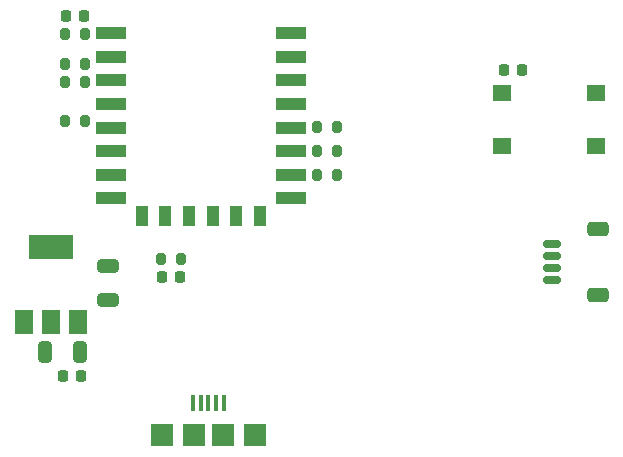
<source format=gtp>
G04 #@! TF.GenerationSoftware,KiCad,Pcbnew,(6.0.4)*
G04 #@! TF.CreationDate,2022-12-31T00:28:06-05:00*
G04 #@! TF.ProjectId,esp8266 atmosphere sensor,65737038-3236-4362-9061-746d6f737068,rev?*
G04 #@! TF.SameCoordinates,Original*
G04 #@! TF.FileFunction,Paste,Top*
G04 #@! TF.FilePolarity,Positive*
%FSLAX46Y46*%
G04 Gerber Fmt 4.6, Leading zero omitted, Abs format (unit mm)*
G04 Created by KiCad (PCBNEW (6.0.4)) date 2022-12-31 00:28:06*
%MOMM*%
%LPD*%
G01*
G04 APERTURE LIST*
G04 Aperture macros list*
%AMRoundRect*
0 Rectangle with rounded corners*
0 $1 Rounding radius*
0 $2 $3 $4 $5 $6 $7 $8 $9 X,Y pos of 4 corners*
0 Add a 4 corners polygon primitive as box body*
4,1,4,$2,$3,$4,$5,$6,$7,$8,$9,$2,$3,0*
0 Add four circle primitives for the rounded corners*
1,1,$1+$1,$2,$3*
1,1,$1+$1,$4,$5*
1,1,$1+$1,$6,$7*
1,1,$1+$1,$8,$9*
0 Add four rect primitives between the rounded corners*
20,1,$1+$1,$2,$3,$4,$5,0*
20,1,$1+$1,$4,$5,$6,$7,0*
20,1,$1+$1,$6,$7,$8,$9,0*
20,1,$1+$1,$8,$9,$2,$3,0*%
G04 Aperture macros list end*
%ADD10R,0.400000X1.350000*%
%ADD11R,1.900000X1.900000*%
%ADD12RoundRect,0.218750X-0.218750X-0.256250X0.218750X-0.256250X0.218750X0.256250X-0.218750X0.256250X0*%
%ADD13R,2.500000X1.000000*%
%ADD14R,1.000000X1.800000*%
%ADD15RoundRect,0.200000X0.200000X0.275000X-0.200000X0.275000X-0.200000X-0.275000X0.200000X-0.275000X0*%
%ADD16RoundRect,0.200000X-0.200000X-0.275000X0.200000X-0.275000X0.200000X0.275000X-0.200000X0.275000X0*%
%ADD17R,1.500000X2.000000*%
%ADD18R,3.800000X2.000000*%
%ADD19RoundRect,0.225000X0.225000X0.250000X-0.225000X0.250000X-0.225000X-0.250000X0.225000X-0.250000X0*%
%ADD20RoundRect,0.250000X0.325000X0.650000X-0.325000X0.650000X-0.325000X-0.650000X0.325000X-0.650000X0*%
%ADD21R,1.600000X1.400000*%
%ADD22RoundRect,0.250000X-0.650000X0.325000X-0.650000X-0.325000X0.650000X-0.325000X0.650000X0.325000X0*%
%ADD23RoundRect,0.225000X-0.225000X-0.250000X0.225000X-0.250000X0.225000X0.250000X-0.225000X0.250000X0*%
%ADD24RoundRect,0.150000X0.625000X-0.150000X0.625000X0.150000X-0.625000X0.150000X-0.625000X-0.150000X0*%
%ADD25RoundRect,0.250000X0.650000X-0.350000X0.650000X0.350000X-0.650000X0.350000X-0.650000X-0.350000X0*%
G04 APERTURE END LIST*
D10*
X13305000Y-37365000D03*
X15905000Y-37365000D03*
X13955000Y-37365000D03*
X14605000Y-37365000D03*
X15255000Y-37365000D03*
D11*
X10655000Y-40040000D03*
X13405000Y-40040000D03*
X15805000Y-40040000D03*
X18555000Y-40040000D03*
D12*
X10642500Y-26670000D03*
X12217500Y-26670000D03*
D13*
X6370000Y-6025000D03*
X6370000Y-8025000D03*
X6370000Y-10025000D03*
X6370000Y-12025000D03*
X6370000Y-14025000D03*
X6370000Y-16025000D03*
X6370000Y-18025000D03*
X6370000Y-20025000D03*
D14*
X8970000Y-21525000D03*
X10970000Y-21525000D03*
X12970000Y-21525000D03*
X14970000Y-21525000D03*
X16970000Y-21525000D03*
X18970000Y-21525000D03*
D13*
X21570000Y-20025000D03*
X21570000Y-18025000D03*
X21570000Y-16025000D03*
X21570000Y-14025000D03*
X21570000Y-12025000D03*
X21570000Y-10025000D03*
X21570000Y-8025000D03*
X21570000Y-6025000D03*
D15*
X25463000Y-13970000D03*
X23813000Y-13970000D03*
D16*
X10605000Y-25146000D03*
X12255000Y-25146000D03*
D15*
X25463000Y-18034000D03*
X23813000Y-18034000D03*
X25463000Y-16002000D03*
X23813000Y-16002000D03*
D17*
X-1030000Y-30455000D03*
X1270000Y-30455000D03*
D18*
X1270000Y-24155000D03*
D17*
X3570000Y-30455000D03*
D19*
X3823000Y-35052000D03*
X2273000Y-35052000D03*
D16*
X2477000Y-8636000D03*
X4127000Y-8636000D03*
D20*
X3761000Y-33020000D03*
X811000Y-33020000D03*
D19*
X4077000Y-4572000D03*
X2527000Y-4572000D03*
D16*
X2477000Y-13462000D03*
X4127000Y-13462000D03*
D21*
X39434000Y-11085000D03*
X47434000Y-11085000D03*
X39434000Y-15585000D03*
X47434000Y-15585000D03*
D16*
X2477000Y-6096000D03*
X4127000Y-6096000D03*
D22*
X6096000Y-25703000D03*
X6096000Y-28653000D03*
D15*
X4127000Y-10160000D03*
X2477000Y-10160000D03*
D23*
X39611000Y-9144000D03*
X41161000Y-9144000D03*
D24*
X43720000Y-26900000D03*
X43720000Y-25900000D03*
X43720000Y-24900000D03*
X43720000Y-23900000D03*
D25*
X47595000Y-22600000D03*
X47595000Y-28200000D03*
M02*

</source>
